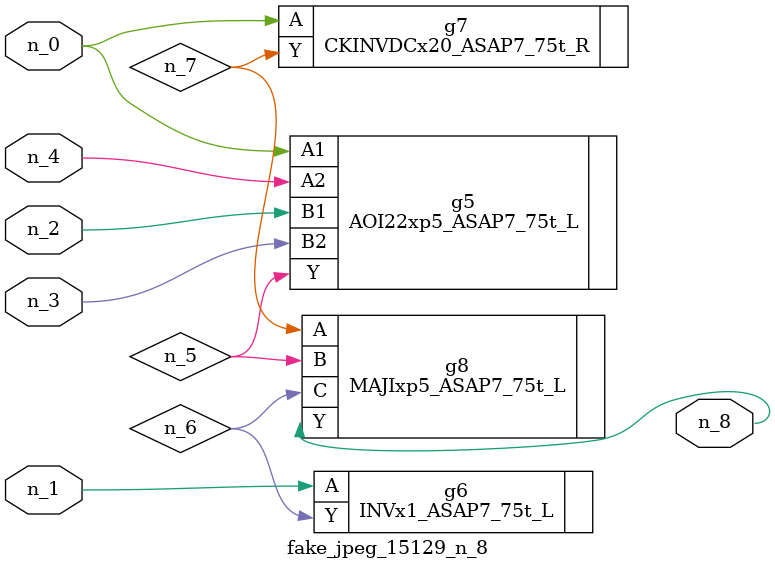
<source format=v>
module fake_jpeg_15129_n_8 (n_3, n_2, n_1, n_0, n_4, n_8);

input n_3;
input n_2;
input n_1;
input n_0;
input n_4;

output n_8;

wire n_6;
wire n_5;
wire n_7;

AOI22xp5_ASAP7_75t_L g5 ( 
.A1(n_0),
.A2(n_4),
.B1(n_2),
.B2(n_3),
.Y(n_5)
);

INVx1_ASAP7_75t_L g6 ( 
.A(n_1),
.Y(n_6)
);

CKINVDCx20_ASAP7_75t_R g7 ( 
.A(n_0),
.Y(n_7)
);

MAJIxp5_ASAP7_75t_L g8 ( 
.A(n_7),
.B(n_5),
.C(n_6),
.Y(n_8)
);


endmodule
</source>
